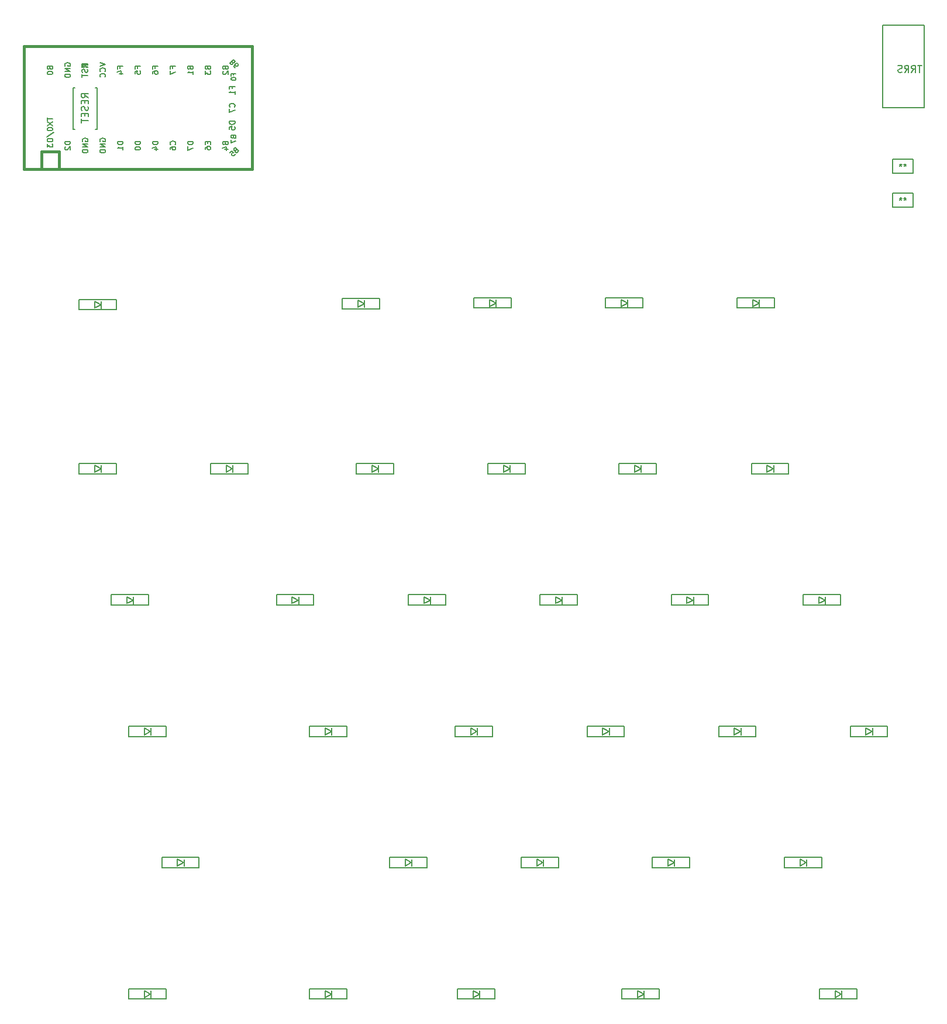
<source format=gbo>
G04 #@! TF.GenerationSoftware,KiCad,Pcbnew,(5.1.8)-1*
G04 #@! TF.CreationDate,2020-12-12T14:40:11+09:00*
G04 #@! TF.ProjectId,keyboard-layouter-playground,6b657962-6f61-4726-942d-6c61796f7574,rev?*
G04 #@! TF.SameCoordinates,Original*
G04 #@! TF.FileFunction,Legend,Bot*
G04 #@! TF.FilePolarity,Positive*
%FSLAX46Y46*%
G04 Gerber Fmt 4.6, Leading zero omitted, Abs format (unit mm)*
G04 Created by KiCad (PCBNEW (5.1.8)-1) date 2020-12-12 14:40:11*
%MOMM*%
%LPD*%
G01*
G04 APERTURE LIST*
%ADD10C,0.150000*%
%ADD11C,0.381000*%
G04 APERTURE END LIST*
D10*
X145200000Y-117450000D02*
X142200000Y-117450000D01*
X142200000Y-117450000D02*
X142200000Y-115450000D01*
X142200000Y-115450000D02*
X145200000Y-115450000D01*
X145200000Y-115450000D02*
X145200000Y-117450000D01*
X145200000Y-122350000D02*
X142200000Y-122350000D01*
X142200000Y-122350000D02*
X142200000Y-120350000D01*
X142200000Y-120350000D02*
X145200000Y-120350000D01*
X145200000Y-120350000D02*
X145200000Y-122350000D01*
X140750000Y-96000000D02*
X146750000Y-96000000D01*
X146750000Y-96000000D02*
X146750000Y-108000000D01*
X146750000Y-108000000D02*
X140750000Y-108000000D01*
X140750000Y-108000000D02*
X140750000Y-96000000D01*
D11*
X21550000Y-114350000D02*
X21550000Y-116890000D01*
X19010000Y-114350000D02*
X21550000Y-114350000D01*
D10*
G36*
X25299030Y-101955365D02*
G01*
X25399030Y-101955365D01*
X25399030Y-101855365D01*
X25299030Y-101855365D01*
X25299030Y-101955365D01*
G37*
X25299030Y-101955365D02*
X25399030Y-101955365D01*
X25399030Y-101855365D01*
X25299030Y-101855365D01*
X25299030Y-101955365D01*
G36*
X24899030Y-101755365D02*
G01*
X25699030Y-101755365D01*
X25699030Y-101655365D01*
X24899030Y-101655365D01*
X24899030Y-101755365D01*
G37*
X24899030Y-101755365D02*
X25699030Y-101755365D01*
X25699030Y-101655365D01*
X24899030Y-101655365D01*
X24899030Y-101755365D01*
G36*
X25499030Y-102155365D02*
G01*
X25699030Y-102155365D01*
X25699030Y-102055365D01*
X25499030Y-102055365D01*
X25499030Y-102155365D01*
G37*
X25499030Y-102155365D02*
X25699030Y-102155365D01*
X25699030Y-102055365D01*
X25499030Y-102055365D01*
X25499030Y-102155365D01*
G36*
X24899030Y-102155365D02*
G01*
X25199030Y-102155365D01*
X25199030Y-102055365D01*
X24899030Y-102055365D01*
X24899030Y-102155365D01*
G37*
X24899030Y-102155365D02*
X25199030Y-102155365D01*
X25199030Y-102055365D01*
X24899030Y-102055365D01*
X24899030Y-102155365D01*
G36*
X24899030Y-102155365D02*
G01*
X24999030Y-102155365D01*
X24999030Y-101655365D01*
X24899030Y-101655365D01*
X24899030Y-102155365D01*
G37*
X24899030Y-102155365D02*
X24999030Y-102155365D01*
X24999030Y-101655365D01*
X24899030Y-101655365D01*
X24899030Y-102155365D01*
D11*
X49490000Y-99110000D02*
X16470000Y-99110000D01*
X49490000Y-116890000D02*
X49490000Y-99110000D01*
X16470000Y-116890000D02*
X49490000Y-116890000D01*
X16470000Y-99110000D02*
X16470000Y-116890000D01*
X19010000Y-114350000D02*
X19010000Y-116890000D01*
D10*
X26850000Y-105100000D02*
X27100000Y-105100000D01*
X27100000Y-105100000D02*
X27100000Y-111100000D01*
X27100000Y-111100000D02*
X26850000Y-111100000D01*
X23850000Y-111100000D02*
X23600000Y-111100000D01*
X23600000Y-111100000D02*
X23600000Y-105100000D01*
X23600000Y-105100000D02*
X23850000Y-105100000D01*
X39602400Y-217224600D02*
X38702400Y-217724600D01*
X38702400Y-217724600D02*
X38702400Y-216724600D01*
X38702400Y-216724600D02*
X39602400Y-217224600D01*
X39646900Y-216739460D02*
X39646900Y-217739460D01*
X41833820Y-216461900D02*
X36433820Y-216461900D01*
X36433820Y-216461900D02*
X36433820Y-217961900D01*
X36433820Y-217961900D02*
X41833820Y-217961900D01*
X41833820Y-217961900D02*
X41833820Y-216461900D01*
X134802400Y-236224600D02*
X133902400Y-236724600D01*
X133902400Y-236724600D02*
X133902400Y-235724600D01*
X133902400Y-235724600D02*
X134802400Y-236224600D01*
X134846900Y-235739460D02*
X134846900Y-236739460D01*
X137033820Y-235461900D02*
X131633820Y-235461900D01*
X131633820Y-235461900D02*
X131633820Y-236961900D01*
X131633820Y-236961900D02*
X137033820Y-236961900D01*
X137033820Y-236961900D02*
X137033820Y-235461900D01*
X34802400Y-236224600D02*
X33902400Y-236724600D01*
X33902400Y-236724600D02*
X33902400Y-235724600D01*
X33902400Y-235724600D02*
X34802400Y-236224600D01*
X34846900Y-235739460D02*
X34846900Y-236739460D01*
X37033820Y-235461900D02*
X31633820Y-235461900D01*
X31633820Y-235461900D02*
X31633820Y-236961900D01*
X31633820Y-236961900D02*
X37033820Y-236961900D01*
X37033820Y-236961900D02*
X37033820Y-235461900D01*
X34802400Y-198224600D02*
X33902400Y-198724600D01*
X33902400Y-198724600D02*
X33902400Y-197724600D01*
X33902400Y-197724600D02*
X34802400Y-198224600D01*
X34846900Y-197739460D02*
X34846900Y-198739460D01*
X37033820Y-197461900D02*
X31633820Y-197461900D01*
X31633820Y-197461900D02*
X31633820Y-198961900D01*
X31633820Y-198961900D02*
X37033820Y-198961900D01*
X37033820Y-198961900D02*
X37033820Y-197461900D01*
X32302400Y-179224600D02*
X31402400Y-179724600D01*
X31402400Y-179724600D02*
X31402400Y-178724600D01*
X31402400Y-178724600D02*
X32302400Y-179224600D01*
X32346900Y-178739460D02*
X32346900Y-179739460D01*
X34533820Y-178461900D02*
X29133820Y-178461900D01*
X29133820Y-178461900D02*
X29133820Y-179961900D01*
X29133820Y-179961900D02*
X34533820Y-179961900D01*
X34533820Y-179961900D02*
X34533820Y-178461900D01*
X106202400Y-236224600D02*
X105302400Y-236724600D01*
X105302400Y-236724600D02*
X105302400Y-235724600D01*
X105302400Y-235724600D02*
X106202400Y-236224600D01*
X106246900Y-235739460D02*
X106246900Y-236739460D01*
X108433820Y-235461900D02*
X103033820Y-235461900D01*
X103033820Y-235461900D02*
X103033820Y-236961900D01*
X103033820Y-236961900D02*
X108433820Y-236961900D01*
X108433820Y-236961900D02*
X108433820Y-235461900D01*
X82402400Y-236224600D02*
X81502400Y-236724600D01*
X81502400Y-236724600D02*
X81502400Y-235724600D01*
X81502400Y-235724600D02*
X82402400Y-236224600D01*
X82446900Y-235739460D02*
X82446900Y-236739460D01*
X84633820Y-235461900D02*
X79233820Y-235461900D01*
X79233820Y-235461900D02*
X79233820Y-236961900D01*
X79233820Y-236961900D02*
X84633820Y-236961900D01*
X84633820Y-236961900D02*
X84633820Y-235461900D01*
X61002400Y-236224600D02*
X60102400Y-236724600D01*
X60102400Y-236724600D02*
X60102400Y-235724600D01*
X60102400Y-235724600D02*
X61002400Y-236224600D01*
X61046900Y-235739460D02*
X61046900Y-236739460D01*
X63233820Y-235461900D02*
X57833820Y-235461900D01*
X57833820Y-235461900D02*
X57833820Y-236961900D01*
X57833820Y-236961900D02*
X63233820Y-236961900D01*
X63233820Y-236961900D02*
X63233820Y-235461900D01*
X129702400Y-217224600D02*
X128802400Y-217724600D01*
X128802400Y-217724600D02*
X128802400Y-216724600D01*
X128802400Y-216724600D02*
X129702400Y-217224600D01*
X129746900Y-216739460D02*
X129746900Y-217739460D01*
X131933820Y-216461900D02*
X126533820Y-216461900D01*
X126533820Y-216461900D02*
X126533820Y-217961900D01*
X126533820Y-217961900D02*
X131933820Y-217961900D01*
X131933820Y-217961900D02*
X131933820Y-216461900D01*
X110602400Y-217224600D02*
X109702400Y-217724600D01*
X109702400Y-217724600D02*
X109702400Y-216724600D01*
X109702400Y-216724600D02*
X110602400Y-217224600D01*
X110646900Y-216739460D02*
X110646900Y-217739460D01*
X112833820Y-216461900D02*
X107433820Y-216461900D01*
X107433820Y-216461900D02*
X107433820Y-217961900D01*
X107433820Y-217961900D02*
X112833820Y-217961900D01*
X112833820Y-217961900D02*
X112833820Y-216461900D01*
X91602400Y-217224600D02*
X90702400Y-217724600D01*
X90702400Y-217724600D02*
X90702400Y-216724600D01*
X90702400Y-216724600D02*
X91602400Y-217224600D01*
X91646900Y-216739460D02*
X91646900Y-217739460D01*
X93833820Y-216461900D02*
X88433820Y-216461900D01*
X88433820Y-216461900D02*
X88433820Y-217961900D01*
X88433820Y-217961900D02*
X93833820Y-217961900D01*
X93833820Y-217961900D02*
X93833820Y-216461900D01*
X72552400Y-217224600D02*
X71652400Y-217724600D01*
X71652400Y-217724600D02*
X71652400Y-216724600D01*
X71652400Y-216724600D02*
X72552400Y-217224600D01*
X72596900Y-216739460D02*
X72596900Y-217739460D01*
X74783820Y-216461900D02*
X69383820Y-216461900D01*
X69383820Y-216461900D02*
X69383820Y-217961900D01*
X69383820Y-217961900D02*
X74783820Y-217961900D01*
X74783820Y-217961900D02*
X74783820Y-216461900D01*
X139252400Y-198224600D02*
X138352400Y-198724600D01*
X138352400Y-198724600D02*
X138352400Y-197724600D01*
X138352400Y-197724600D02*
X139252400Y-198224600D01*
X139296900Y-197739460D02*
X139296900Y-198739460D01*
X141483820Y-197461900D02*
X136083820Y-197461900D01*
X136083820Y-197461900D02*
X136083820Y-198961900D01*
X136083820Y-198961900D02*
X141483820Y-198961900D01*
X141483820Y-198961900D02*
X141483820Y-197461900D01*
X120202400Y-198224600D02*
X119302400Y-198724600D01*
X119302400Y-198724600D02*
X119302400Y-197724600D01*
X119302400Y-197724600D02*
X120202400Y-198224600D01*
X120246900Y-197739460D02*
X120246900Y-198739460D01*
X122433820Y-197461900D02*
X117033820Y-197461900D01*
X117033820Y-197461900D02*
X117033820Y-198961900D01*
X117033820Y-198961900D02*
X122433820Y-198961900D01*
X122433820Y-198961900D02*
X122433820Y-197461900D01*
X101152400Y-198224600D02*
X100252400Y-198724600D01*
X100252400Y-198724600D02*
X100252400Y-197724600D01*
X100252400Y-197724600D02*
X101152400Y-198224600D01*
X101196900Y-197739460D02*
X101196900Y-198739460D01*
X103383820Y-197461900D02*
X97983820Y-197461900D01*
X97983820Y-197461900D02*
X97983820Y-198961900D01*
X97983820Y-198961900D02*
X103383820Y-198961900D01*
X103383820Y-198961900D02*
X103383820Y-197461900D01*
X82052400Y-198224600D02*
X81152400Y-198724600D01*
X81152400Y-198724600D02*
X81152400Y-197724600D01*
X81152400Y-197724600D02*
X82052400Y-198224600D01*
X82096900Y-197739460D02*
X82096900Y-198739460D01*
X84283820Y-197461900D02*
X78883820Y-197461900D01*
X78883820Y-197461900D02*
X78883820Y-198961900D01*
X78883820Y-198961900D02*
X84283820Y-198961900D01*
X84283820Y-198961900D02*
X84283820Y-197461900D01*
X61002400Y-198224600D02*
X60102400Y-198724600D01*
X60102400Y-198724600D02*
X60102400Y-197724600D01*
X60102400Y-197724600D02*
X61002400Y-198224600D01*
X61046900Y-197739460D02*
X61046900Y-198739460D01*
X63233820Y-197461900D02*
X57833820Y-197461900D01*
X57833820Y-197461900D02*
X57833820Y-198961900D01*
X57833820Y-198961900D02*
X63233820Y-198961900D01*
X63233820Y-198961900D02*
X63233820Y-197461900D01*
X132452400Y-179224600D02*
X131552400Y-179724600D01*
X131552400Y-179724600D02*
X131552400Y-178724600D01*
X131552400Y-178724600D02*
X132452400Y-179224600D01*
X132496900Y-178739460D02*
X132496900Y-179739460D01*
X134683820Y-178461900D02*
X129283820Y-178461900D01*
X129283820Y-178461900D02*
X129283820Y-179961900D01*
X129283820Y-179961900D02*
X134683820Y-179961900D01*
X134683820Y-179961900D02*
X134683820Y-178461900D01*
X113352400Y-179224600D02*
X112452400Y-179724600D01*
X112452400Y-179724600D02*
X112452400Y-178724600D01*
X112452400Y-178724600D02*
X113352400Y-179224600D01*
X113396900Y-178739460D02*
X113396900Y-179739460D01*
X115583820Y-178461900D02*
X110183820Y-178461900D01*
X110183820Y-178461900D02*
X110183820Y-179961900D01*
X110183820Y-179961900D02*
X115583820Y-179961900D01*
X115583820Y-179961900D02*
X115583820Y-178461900D01*
X94352400Y-179224600D02*
X93452400Y-179724600D01*
X93452400Y-179724600D02*
X93452400Y-178724600D01*
X93452400Y-178724600D02*
X94352400Y-179224600D01*
X94396900Y-178739460D02*
X94396900Y-179739460D01*
X96583820Y-178461900D02*
X91183820Y-178461900D01*
X91183820Y-178461900D02*
X91183820Y-179961900D01*
X91183820Y-179961900D02*
X96583820Y-179961900D01*
X96583820Y-179961900D02*
X96583820Y-178461900D01*
X75302400Y-179224600D02*
X74402400Y-179724600D01*
X74402400Y-179724600D02*
X74402400Y-178724600D01*
X74402400Y-178724600D02*
X75302400Y-179224600D01*
X75346900Y-178739460D02*
X75346900Y-179739460D01*
X77533820Y-178461900D02*
X72133820Y-178461900D01*
X72133820Y-178461900D02*
X72133820Y-179961900D01*
X72133820Y-179961900D02*
X77533820Y-179961900D01*
X77533820Y-179961900D02*
X77533820Y-178461900D01*
X56202400Y-179224600D02*
X55302400Y-179724600D01*
X55302400Y-179724600D02*
X55302400Y-178724600D01*
X55302400Y-178724600D02*
X56202400Y-179224600D01*
X56246900Y-178739460D02*
X56246900Y-179739460D01*
X58433820Y-178461900D02*
X53033820Y-178461900D01*
X53033820Y-178461900D02*
X53033820Y-179961900D01*
X53033820Y-179961900D02*
X58433820Y-179961900D01*
X58433820Y-179961900D02*
X58433820Y-178461900D01*
X124952400Y-160224600D02*
X124052400Y-160724600D01*
X124052400Y-160724600D02*
X124052400Y-159724600D01*
X124052400Y-159724600D02*
X124952400Y-160224600D01*
X124996900Y-159739460D02*
X124996900Y-160739460D01*
X127183820Y-159461900D02*
X121783820Y-159461900D01*
X121783820Y-159461900D02*
X121783820Y-160961900D01*
X121783820Y-160961900D02*
X127183820Y-160961900D01*
X127183820Y-160961900D02*
X127183820Y-159461900D01*
X105802400Y-160224600D02*
X104902400Y-160724600D01*
X104902400Y-160724600D02*
X104902400Y-159724600D01*
X104902400Y-159724600D02*
X105802400Y-160224600D01*
X105846900Y-159739460D02*
X105846900Y-160739460D01*
X108033820Y-159461900D02*
X102633820Y-159461900D01*
X102633820Y-159461900D02*
X102633820Y-160961900D01*
X102633820Y-160961900D02*
X108033820Y-160961900D01*
X108033820Y-160961900D02*
X108033820Y-159461900D01*
X86802400Y-160224600D02*
X85902400Y-160724600D01*
X85902400Y-160724600D02*
X85902400Y-159724600D01*
X85902400Y-159724600D02*
X86802400Y-160224600D01*
X86846900Y-159739460D02*
X86846900Y-160739460D01*
X89033820Y-159461900D02*
X83633820Y-159461900D01*
X83633820Y-159461900D02*
X83633820Y-160961900D01*
X83633820Y-160961900D02*
X89033820Y-160961900D01*
X89033820Y-160961900D02*
X89033820Y-159461900D01*
X67752400Y-160224600D02*
X66852400Y-160724600D01*
X66852400Y-160724600D02*
X66852400Y-159724600D01*
X66852400Y-159724600D02*
X67752400Y-160224600D01*
X67796900Y-159739460D02*
X67796900Y-160739460D01*
X69983820Y-159461900D02*
X64583820Y-159461900D01*
X64583820Y-159461900D02*
X64583820Y-160961900D01*
X64583820Y-160961900D02*
X69983820Y-160961900D01*
X69983820Y-160961900D02*
X69983820Y-159461900D01*
X46652400Y-160224600D02*
X45752400Y-160724600D01*
X45752400Y-160724600D02*
X45752400Y-159724600D01*
X45752400Y-159724600D02*
X46652400Y-160224600D01*
X46696900Y-159739460D02*
X46696900Y-160739460D01*
X48883820Y-159461900D02*
X43483820Y-159461900D01*
X43483820Y-159461900D02*
X43483820Y-160961900D01*
X43483820Y-160961900D02*
X48883820Y-160961900D01*
X48883820Y-160961900D02*
X48883820Y-159461900D01*
X27652400Y-160224600D02*
X26752400Y-160724600D01*
X26752400Y-160724600D02*
X26752400Y-159724600D01*
X26752400Y-159724600D02*
X27652400Y-160224600D01*
X27696900Y-159739460D02*
X27696900Y-160739460D01*
X29883820Y-159461900D02*
X24483820Y-159461900D01*
X24483820Y-159461900D02*
X24483820Y-160961900D01*
X24483820Y-160961900D02*
X29883820Y-160961900D01*
X29883820Y-160961900D02*
X29883820Y-159461900D01*
X122877400Y-136224600D02*
X121977400Y-136724600D01*
X121977400Y-136724600D02*
X121977400Y-135724600D01*
X121977400Y-135724600D02*
X122877400Y-136224600D01*
X122921900Y-135739460D02*
X122921900Y-136739460D01*
X125108820Y-135461900D02*
X119708820Y-135461900D01*
X119708820Y-135461900D02*
X119708820Y-136961900D01*
X119708820Y-136961900D02*
X125108820Y-136961900D01*
X125108820Y-136961900D02*
X125108820Y-135461900D01*
X103852400Y-136224600D02*
X102952400Y-136724600D01*
X102952400Y-136724600D02*
X102952400Y-135724600D01*
X102952400Y-135724600D02*
X103852400Y-136224600D01*
X103896900Y-135739460D02*
X103896900Y-136739460D01*
X106083820Y-135461900D02*
X100683820Y-135461900D01*
X100683820Y-135461900D02*
X100683820Y-136961900D01*
X100683820Y-136961900D02*
X106083820Y-136961900D01*
X106083820Y-136961900D02*
X106083820Y-135461900D01*
X84802400Y-136224600D02*
X83902400Y-136724600D01*
X83902400Y-136724600D02*
X83902400Y-135724600D01*
X83902400Y-135724600D02*
X84802400Y-136224600D01*
X84846900Y-135739460D02*
X84846900Y-136739460D01*
X87033820Y-135461900D02*
X81633820Y-135461900D01*
X81633820Y-135461900D02*
X81633820Y-136961900D01*
X81633820Y-136961900D02*
X87033820Y-136961900D01*
X87033820Y-136961900D02*
X87033820Y-135461900D01*
X65752400Y-136324600D02*
X64852400Y-136824600D01*
X64852400Y-136824600D02*
X64852400Y-135824600D01*
X64852400Y-135824600D02*
X65752400Y-136324600D01*
X65796900Y-135839460D02*
X65796900Y-136839460D01*
X67983820Y-135561900D02*
X62583820Y-135561900D01*
X62583820Y-135561900D02*
X62583820Y-137061900D01*
X62583820Y-137061900D02*
X67983820Y-137061900D01*
X67983820Y-137061900D02*
X67983820Y-135561900D01*
X27652400Y-136474600D02*
X26752400Y-136974600D01*
X26752400Y-136974600D02*
X26752400Y-135974600D01*
X26752400Y-135974600D02*
X27652400Y-136474600D01*
X27696900Y-135989460D02*
X27696900Y-136989460D01*
X29883820Y-135711900D02*
X24483820Y-135711900D01*
X24483820Y-135711900D02*
X24483820Y-137211900D01*
X24483820Y-137211900D02*
X29883820Y-137211900D01*
X29883820Y-137211900D02*
X29883820Y-135711900D01*
X144009638Y-116068395D02*
X144009638Y-116261919D01*
X144203161Y-116184509D02*
X144009638Y-116261919D01*
X143816114Y-116184509D01*
X144125752Y-116416738D02*
X144009638Y-116261919D01*
X143893523Y-116416738D01*
X143390361Y-116068395D02*
X143390361Y-116261919D01*
X143583885Y-116184509D02*
X143390361Y-116261919D01*
X143196838Y-116184509D01*
X143506476Y-116416738D02*
X143390361Y-116261919D01*
X143274247Y-116416738D01*
X144009638Y-120968395D02*
X144009638Y-121161919D01*
X144203161Y-121084509D02*
X144009638Y-121161919D01*
X143816114Y-121084509D01*
X144125752Y-121316738D02*
X144009638Y-121161919D01*
X143893523Y-121316738D01*
X143390361Y-120968395D02*
X143390361Y-121161919D01*
X143583885Y-121084509D02*
X143390361Y-121161919D01*
X143196838Y-121084509D01*
X143506476Y-121316738D02*
X143390361Y-121161919D01*
X143274247Y-121316738D01*
X146436404Y-101865880D02*
X145864976Y-101865880D01*
X146150690Y-102865880D02*
X146150690Y-101865880D01*
X144960214Y-102865880D02*
X145293547Y-102389690D01*
X145531642Y-102865880D02*
X145531642Y-101865880D01*
X145150690Y-101865880D01*
X145055452Y-101913500D01*
X145007833Y-101961119D01*
X144960214Y-102056357D01*
X144960214Y-102199214D01*
X145007833Y-102294452D01*
X145055452Y-102342071D01*
X145150690Y-102389690D01*
X145531642Y-102389690D01*
X143960214Y-102865880D02*
X144293547Y-102389690D01*
X144531642Y-102865880D02*
X144531642Y-101865880D01*
X144150690Y-101865880D01*
X144055452Y-101913500D01*
X144007833Y-101961119D01*
X143960214Y-102056357D01*
X143960214Y-102199214D01*
X144007833Y-102294452D01*
X144055452Y-102342071D01*
X144150690Y-102389690D01*
X144531642Y-102389690D01*
X143579261Y-102818261D02*
X143436404Y-102865880D01*
X143198309Y-102865880D01*
X143103071Y-102818261D01*
X143055452Y-102770642D01*
X143007833Y-102675404D01*
X143007833Y-102580166D01*
X143055452Y-102484928D01*
X143103071Y-102437309D01*
X143198309Y-102389690D01*
X143388785Y-102342071D01*
X143484023Y-102294452D01*
X143531642Y-102246833D01*
X143579261Y-102151595D01*
X143579261Y-102056357D01*
X143531642Y-101961119D01*
X143484023Y-101913500D01*
X143388785Y-101865880D01*
X143150690Y-101865880D01*
X143007833Y-101913500D01*
X47011904Y-109949523D02*
X46211904Y-109949523D01*
X46211904Y-110140000D01*
X46250000Y-110254285D01*
X46326190Y-110330476D01*
X46402380Y-110368571D01*
X46554761Y-110406666D01*
X46669047Y-110406666D01*
X46821428Y-110368571D01*
X46897619Y-110330476D01*
X46973809Y-110254285D01*
X47011904Y-110140000D01*
X47011904Y-109949523D01*
X46211904Y-111130476D02*
X46211904Y-110749523D01*
X46592857Y-110711428D01*
X46554761Y-110749523D01*
X46516666Y-110825714D01*
X46516666Y-111016190D01*
X46554761Y-111092380D01*
X46592857Y-111130476D01*
X46669047Y-111168571D01*
X46859523Y-111168571D01*
X46935714Y-111130476D01*
X46973809Y-111092380D01*
X47011904Y-111016190D01*
X47011904Y-110825714D01*
X46973809Y-110749523D01*
X46935714Y-110711428D01*
X46592857Y-105193333D02*
X46592857Y-104926666D01*
X47011904Y-104926666D02*
X46211904Y-104926666D01*
X46211904Y-105307619D01*
X47011904Y-106031428D02*
X47011904Y-105574285D01*
X47011904Y-105802857D02*
X46211904Y-105802857D01*
X46326190Y-105726666D01*
X46402380Y-105650476D01*
X46440476Y-105574285D01*
X46935714Y-107866666D02*
X46973809Y-107828571D01*
X47011904Y-107714285D01*
X47011904Y-107638095D01*
X46973809Y-107523809D01*
X46897619Y-107447619D01*
X46821428Y-107409523D01*
X46669047Y-107371428D01*
X46554761Y-107371428D01*
X46402380Y-107409523D01*
X46326190Y-107447619D01*
X46250000Y-107523809D01*
X46211904Y-107638095D01*
X46211904Y-107714285D01*
X46250000Y-107828571D01*
X46288095Y-107866666D01*
X46211904Y-108133333D02*
X46211904Y-108666666D01*
X47011904Y-108323809D01*
X46714297Y-101435008D02*
X46808578Y-101482148D01*
X46855719Y-101482148D01*
X46926429Y-101458578D01*
X46997140Y-101387867D01*
X47020710Y-101317157D01*
X47020710Y-101270016D01*
X46997140Y-101199306D01*
X46808578Y-101010744D01*
X46313603Y-101505719D01*
X46478595Y-101670710D01*
X46549306Y-101694280D01*
X46596446Y-101694280D01*
X46667157Y-101670710D01*
X46714297Y-101623570D01*
X46737867Y-101552859D01*
X46737867Y-101505719D01*
X46714297Y-101435008D01*
X46549306Y-101270016D01*
X47020710Y-102212825D02*
X46926429Y-102118544D01*
X46902859Y-102047834D01*
X46902859Y-102000693D01*
X46926429Y-101882842D01*
X46997140Y-101764991D01*
X47185702Y-101576429D01*
X47256412Y-101552859D01*
X47303553Y-101552859D01*
X47374264Y-101576429D01*
X47468544Y-101670710D01*
X47492115Y-101741421D01*
X47492115Y-101788561D01*
X47468544Y-101859272D01*
X47350693Y-101977123D01*
X47279983Y-102000693D01*
X47232842Y-102000693D01*
X47162132Y-101977123D01*
X47067851Y-101882842D01*
X47044280Y-101812132D01*
X47044280Y-101764991D01*
X47067851Y-101694280D01*
X46800000Y-103266666D02*
X46800000Y-103033333D01*
X47166666Y-103033333D02*
X46466666Y-103033333D01*
X46466666Y-103366666D01*
X46466666Y-103766666D02*
X46466666Y-103833333D01*
X46500000Y-103900000D01*
X46533333Y-103933333D01*
X46600000Y-103966666D01*
X46733333Y-104000000D01*
X46900000Y-104000000D01*
X47033333Y-103966666D01*
X47100000Y-103933333D01*
X47133333Y-103900000D01*
X47166666Y-103833333D01*
X47166666Y-103766666D01*
X47133333Y-103700000D01*
X47100000Y-103666666D01*
X47033333Y-103633333D01*
X46900000Y-103600000D01*
X46733333Y-103600000D01*
X46600000Y-103633333D01*
X46533333Y-103666666D01*
X46500000Y-103700000D01*
X46466666Y-103766666D01*
X46800000Y-112216666D02*
X46833333Y-112316666D01*
X46866666Y-112350000D01*
X46933333Y-112383333D01*
X47033333Y-112383333D01*
X47100000Y-112350000D01*
X47133333Y-112316666D01*
X47166666Y-112250000D01*
X47166666Y-111983333D01*
X46466666Y-111983333D01*
X46466666Y-112216666D01*
X46500000Y-112283333D01*
X46533333Y-112316666D01*
X46600000Y-112350000D01*
X46666666Y-112350000D01*
X46733333Y-112316666D01*
X46766666Y-112283333D01*
X46800000Y-112216666D01*
X46800000Y-111983333D01*
X46466666Y-112616666D02*
X46466666Y-113083333D01*
X47166666Y-112783333D01*
X25663809Y-102426666D02*
X25701904Y-102540952D01*
X25701904Y-102731428D01*
X25663809Y-102807619D01*
X25625714Y-102845714D01*
X25549523Y-102883809D01*
X25473333Y-102883809D01*
X25397142Y-102845714D01*
X25359047Y-102807619D01*
X25320952Y-102731428D01*
X25282857Y-102579047D01*
X25244761Y-102502857D01*
X25206666Y-102464761D01*
X25130476Y-102426666D01*
X25054285Y-102426666D01*
X24978095Y-102464761D01*
X24940000Y-102502857D01*
X24901904Y-102579047D01*
X24901904Y-102769523D01*
X24940000Y-102883809D01*
X24901904Y-103112380D02*
X24901904Y-103569523D01*
X25701904Y-103340952D02*
X24901904Y-103340952D01*
X19841904Y-109381395D02*
X19841904Y-109838538D01*
X20641904Y-109609967D02*
X19841904Y-109609967D01*
X19841904Y-110029014D02*
X20641904Y-110562348D01*
X19841904Y-110562348D02*
X20641904Y-110029014D01*
X19841904Y-111019491D02*
X19841904Y-111095681D01*
X19880000Y-111171872D01*
X19918095Y-111209967D01*
X19994285Y-111248062D01*
X20146666Y-111286157D01*
X20337142Y-111286157D01*
X20489523Y-111248062D01*
X20565714Y-111209967D01*
X20603809Y-111171872D01*
X20641904Y-111095681D01*
X20641904Y-111019491D01*
X20603809Y-110943300D01*
X20565714Y-110905205D01*
X20489523Y-110867110D01*
X20337142Y-110829014D01*
X20146666Y-110829014D01*
X19994285Y-110867110D01*
X19918095Y-110905205D01*
X19880000Y-110943300D01*
X19841904Y-111019491D01*
X19803809Y-112200443D02*
X20832380Y-111514729D01*
X20641904Y-112467110D02*
X19841904Y-112467110D01*
X19841904Y-112657586D01*
X19880000Y-112771872D01*
X19956190Y-112848062D01*
X20032380Y-112886157D01*
X20184761Y-112924252D01*
X20299047Y-112924252D01*
X20451428Y-112886157D01*
X20527619Y-112848062D01*
X20603809Y-112771872D01*
X20641904Y-112657586D01*
X20641904Y-112467110D01*
X19841904Y-113190919D02*
X19841904Y-113686157D01*
X20146666Y-113419491D01*
X20146666Y-113533776D01*
X20184761Y-113609967D01*
X20222857Y-113648062D01*
X20299047Y-113686157D01*
X20489523Y-113686157D01*
X20565714Y-113648062D01*
X20603809Y-113609967D01*
X20641904Y-113533776D01*
X20641904Y-113305205D01*
X20603809Y-113229014D01*
X20565714Y-113190919D01*
X45622857Y-102215190D02*
X45660952Y-102329476D01*
X45699047Y-102367571D01*
X45775238Y-102405666D01*
X45889523Y-102405666D01*
X45965714Y-102367571D01*
X46003809Y-102329476D01*
X46041904Y-102253285D01*
X46041904Y-101948523D01*
X45241904Y-101948523D01*
X45241904Y-102215190D01*
X45280000Y-102291380D01*
X45318095Y-102329476D01*
X45394285Y-102367571D01*
X45470476Y-102367571D01*
X45546666Y-102329476D01*
X45584761Y-102291380D01*
X45622857Y-102215190D01*
X45622857Y-101948523D01*
X45318095Y-102710428D02*
X45280000Y-102748523D01*
X45241904Y-102824714D01*
X45241904Y-103015190D01*
X45280000Y-103091380D01*
X45318095Y-103129476D01*
X45394285Y-103167571D01*
X45470476Y-103167571D01*
X45584761Y-103129476D01*
X46041904Y-102672333D01*
X46041904Y-103167571D01*
X38002857Y-102272333D02*
X38002857Y-102005666D01*
X38421904Y-102005666D02*
X37621904Y-102005666D01*
X37621904Y-102386619D01*
X37621904Y-102615190D02*
X37621904Y-103148523D01*
X38421904Y-102805666D01*
X35462857Y-102272333D02*
X35462857Y-102005666D01*
X35881904Y-102005666D02*
X35081904Y-102005666D01*
X35081904Y-102386619D01*
X35081904Y-103034238D02*
X35081904Y-102881857D01*
X35120000Y-102805666D01*
X35158095Y-102767571D01*
X35272380Y-102691380D01*
X35424761Y-102653285D01*
X35729523Y-102653285D01*
X35805714Y-102691380D01*
X35843809Y-102729476D01*
X35881904Y-102805666D01*
X35881904Y-102958047D01*
X35843809Y-103034238D01*
X35805714Y-103072333D01*
X35729523Y-103110428D01*
X35539047Y-103110428D01*
X35462857Y-103072333D01*
X35424761Y-103034238D01*
X35386666Y-102958047D01*
X35386666Y-102805666D01*
X35424761Y-102729476D01*
X35462857Y-102691380D01*
X35539047Y-102653285D01*
X32922857Y-102272333D02*
X32922857Y-102005666D01*
X33341904Y-102005666D02*
X32541904Y-102005666D01*
X32541904Y-102386619D01*
X32541904Y-103072333D02*
X32541904Y-102691380D01*
X32922857Y-102653285D01*
X32884761Y-102691380D01*
X32846666Y-102767571D01*
X32846666Y-102958047D01*
X32884761Y-103034238D01*
X32922857Y-103072333D01*
X32999047Y-103110428D01*
X33189523Y-103110428D01*
X33265714Y-103072333D01*
X33303809Y-103034238D01*
X33341904Y-102958047D01*
X33341904Y-102767571D01*
X33303809Y-102691380D01*
X33265714Y-102653285D01*
X20222857Y-102215190D02*
X20260952Y-102329476D01*
X20299047Y-102367571D01*
X20375238Y-102405666D01*
X20489523Y-102405666D01*
X20565714Y-102367571D01*
X20603809Y-102329476D01*
X20641904Y-102253285D01*
X20641904Y-101948523D01*
X19841904Y-101948523D01*
X19841904Y-102215190D01*
X19880000Y-102291380D01*
X19918095Y-102329476D01*
X19994285Y-102367571D01*
X20070476Y-102367571D01*
X20146666Y-102329476D01*
X20184761Y-102291380D01*
X20222857Y-102215190D01*
X20222857Y-101948523D01*
X19841904Y-102900904D02*
X19841904Y-102977095D01*
X19880000Y-103053285D01*
X19918095Y-103091380D01*
X19994285Y-103129476D01*
X20146666Y-103167571D01*
X20337142Y-103167571D01*
X20489523Y-103129476D01*
X20565714Y-103091380D01*
X20603809Y-103053285D01*
X20641904Y-102977095D01*
X20641904Y-102900904D01*
X20603809Y-102824714D01*
X20565714Y-102786619D01*
X20489523Y-102748523D01*
X20337142Y-102710428D01*
X20146666Y-102710428D01*
X19994285Y-102748523D01*
X19918095Y-102786619D01*
X19880000Y-102824714D01*
X19841904Y-102900904D01*
X22420000Y-101929476D02*
X22381904Y-101853285D01*
X22381904Y-101739000D01*
X22420000Y-101624714D01*
X22496190Y-101548523D01*
X22572380Y-101510428D01*
X22724761Y-101472333D01*
X22839047Y-101472333D01*
X22991428Y-101510428D01*
X23067619Y-101548523D01*
X23143809Y-101624714D01*
X23181904Y-101739000D01*
X23181904Y-101815190D01*
X23143809Y-101929476D01*
X23105714Y-101967571D01*
X22839047Y-101967571D01*
X22839047Y-101815190D01*
X23181904Y-102310428D02*
X22381904Y-102310428D01*
X23181904Y-102767571D01*
X22381904Y-102767571D01*
X23181904Y-103148523D02*
X22381904Y-103148523D01*
X22381904Y-103339000D01*
X22420000Y-103453285D01*
X22496190Y-103529476D01*
X22572380Y-103567571D01*
X22724761Y-103605666D01*
X22839047Y-103605666D01*
X22991428Y-103567571D01*
X23067619Y-103529476D01*
X23143809Y-103453285D01*
X23181904Y-103339000D01*
X23181904Y-103148523D01*
X27461904Y-101472333D02*
X28261904Y-101739000D01*
X27461904Y-102005666D01*
X28185714Y-102729476D02*
X28223809Y-102691380D01*
X28261904Y-102577095D01*
X28261904Y-102500904D01*
X28223809Y-102386619D01*
X28147619Y-102310428D01*
X28071428Y-102272333D01*
X27919047Y-102234238D01*
X27804761Y-102234238D01*
X27652380Y-102272333D01*
X27576190Y-102310428D01*
X27500000Y-102386619D01*
X27461904Y-102500904D01*
X27461904Y-102577095D01*
X27500000Y-102691380D01*
X27538095Y-102729476D01*
X28185714Y-103529476D02*
X28223809Y-103491380D01*
X28261904Y-103377095D01*
X28261904Y-103300904D01*
X28223809Y-103186619D01*
X28147619Y-103110428D01*
X28071428Y-103072333D01*
X27919047Y-103034238D01*
X27804761Y-103034238D01*
X27652380Y-103072333D01*
X27576190Y-103110428D01*
X27500000Y-103186619D01*
X27461904Y-103300904D01*
X27461904Y-103377095D01*
X27500000Y-103491380D01*
X27538095Y-103529476D01*
X30382857Y-102272333D02*
X30382857Y-102005666D01*
X30801904Y-102005666D02*
X30001904Y-102005666D01*
X30001904Y-102386619D01*
X30268571Y-103034238D02*
X30801904Y-103034238D01*
X29963809Y-102843761D02*
X30535238Y-102653285D01*
X30535238Y-103148523D01*
X40542857Y-102215190D02*
X40580952Y-102329476D01*
X40619047Y-102367571D01*
X40695238Y-102405666D01*
X40809523Y-102405666D01*
X40885714Y-102367571D01*
X40923809Y-102329476D01*
X40961904Y-102253285D01*
X40961904Y-101948523D01*
X40161904Y-101948523D01*
X40161904Y-102215190D01*
X40200000Y-102291380D01*
X40238095Y-102329476D01*
X40314285Y-102367571D01*
X40390476Y-102367571D01*
X40466666Y-102329476D01*
X40504761Y-102291380D01*
X40542857Y-102215190D01*
X40542857Y-101948523D01*
X40961904Y-103167571D02*
X40961904Y-102710428D01*
X40961904Y-102939000D02*
X40161904Y-102939000D01*
X40276190Y-102862809D01*
X40352380Y-102786619D01*
X40390476Y-102710428D01*
X43082857Y-102215190D02*
X43120952Y-102329476D01*
X43159047Y-102367571D01*
X43235238Y-102405666D01*
X43349523Y-102405666D01*
X43425714Y-102367571D01*
X43463809Y-102329476D01*
X43501904Y-102253285D01*
X43501904Y-101948523D01*
X42701904Y-101948523D01*
X42701904Y-102215190D01*
X42740000Y-102291380D01*
X42778095Y-102329476D01*
X42854285Y-102367571D01*
X42930476Y-102367571D01*
X43006666Y-102329476D01*
X43044761Y-102291380D01*
X43082857Y-102215190D01*
X43082857Y-101948523D01*
X42701904Y-102672333D02*
X42701904Y-103167571D01*
X43006666Y-102900904D01*
X43006666Y-103015190D01*
X43044761Y-103091380D01*
X43082857Y-103129476D01*
X43159047Y-103167571D01*
X43349523Y-103167571D01*
X43425714Y-103129476D01*
X43463809Y-103091380D01*
X43501904Y-103015190D01*
X43501904Y-102786619D01*
X43463809Y-102710428D01*
X43425714Y-102672333D01*
X47114991Y-114164297D02*
X47067851Y-114258578D01*
X47067851Y-114305719D01*
X47091421Y-114376429D01*
X47162132Y-114447140D01*
X47232842Y-114470710D01*
X47279983Y-114470710D01*
X47350693Y-114447140D01*
X47539255Y-114258578D01*
X47044280Y-113763603D01*
X46879289Y-113928595D01*
X46855719Y-113999306D01*
X46855719Y-114046446D01*
X46879289Y-114117157D01*
X46926429Y-114164297D01*
X46997140Y-114187867D01*
X47044280Y-114187867D01*
X47114991Y-114164297D01*
X47279983Y-113999306D01*
X46313603Y-114494280D02*
X46549306Y-114258578D01*
X46808578Y-114470710D01*
X46761438Y-114470710D01*
X46690727Y-114494280D01*
X46572876Y-114612132D01*
X46549306Y-114682842D01*
X46549306Y-114729983D01*
X46572876Y-114800693D01*
X46690727Y-114918544D01*
X46761438Y-114942115D01*
X46808578Y-114942115D01*
X46879289Y-114918544D01*
X46997140Y-114800693D01*
X47020710Y-114729983D01*
X47020710Y-114682842D01*
X45622857Y-113137190D02*
X45660952Y-113251476D01*
X45699047Y-113289571D01*
X45775238Y-113327666D01*
X45889523Y-113327666D01*
X45965714Y-113289571D01*
X46003809Y-113251476D01*
X46041904Y-113175285D01*
X46041904Y-112870523D01*
X45241904Y-112870523D01*
X45241904Y-113137190D01*
X45280000Y-113213380D01*
X45318095Y-113251476D01*
X45394285Y-113289571D01*
X45470476Y-113289571D01*
X45546666Y-113251476D01*
X45584761Y-113213380D01*
X45622857Y-113137190D01*
X45622857Y-112870523D01*
X45508571Y-114013380D02*
X46041904Y-114013380D01*
X45203809Y-113822904D02*
X45775238Y-113632428D01*
X45775238Y-114127666D01*
X43082857Y-112908619D02*
X43082857Y-113175285D01*
X43501904Y-113289571D02*
X43501904Y-112908619D01*
X42701904Y-112908619D01*
X42701904Y-113289571D01*
X42701904Y-113975285D02*
X42701904Y-113822904D01*
X42740000Y-113746714D01*
X42778095Y-113708619D01*
X42892380Y-113632428D01*
X43044761Y-113594333D01*
X43349523Y-113594333D01*
X43425714Y-113632428D01*
X43463809Y-113670523D01*
X43501904Y-113746714D01*
X43501904Y-113899095D01*
X43463809Y-113975285D01*
X43425714Y-114013380D01*
X43349523Y-114051476D01*
X43159047Y-114051476D01*
X43082857Y-114013380D01*
X43044761Y-113975285D01*
X43006666Y-113899095D01*
X43006666Y-113746714D01*
X43044761Y-113670523D01*
X43082857Y-113632428D01*
X43159047Y-113594333D01*
X40961904Y-112870523D02*
X40161904Y-112870523D01*
X40161904Y-113061000D01*
X40200000Y-113175285D01*
X40276190Y-113251476D01*
X40352380Y-113289571D01*
X40504761Y-113327666D01*
X40619047Y-113327666D01*
X40771428Y-113289571D01*
X40847619Y-113251476D01*
X40923809Y-113175285D01*
X40961904Y-113061000D01*
X40961904Y-112870523D01*
X40161904Y-113594333D02*
X40161904Y-114127666D01*
X40961904Y-113784809D01*
X38345714Y-113327666D02*
X38383809Y-113289571D01*
X38421904Y-113175285D01*
X38421904Y-113099095D01*
X38383809Y-112984809D01*
X38307619Y-112908619D01*
X38231428Y-112870523D01*
X38079047Y-112832428D01*
X37964761Y-112832428D01*
X37812380Y-112870523D01*
X37736190Y-112908619D01*
X37660000Y-112984809D01*
X37621904Y-113099095D01*
X37621904Y-113175285D01*
X37660000Y-113289571D01*
X37698095Y-113327666D01*
X37621904Y-114013380D02*
X37621904Y-113861000D01*
X37660000Y-113784809D01*
X37698095Y-113746714D01*
X37812380Y-113670523D01*
X37964761Y-113632428D01*
X38269523Y-113632428D01*
X38345714Y-113670523D01*
X38383809Y-113708619D01*
X38421904Y-113784809D01*
X38421904Y-113937190D01*
X38383809Y-114013380D01*
X38345714Y-114051476D01*
X38269523Y-114089571D01*
X38079047Y-114089571D01*
X38002857Y-114051476D01*
X37964761Y-114013380D01*
X37926666Y-113937190D01*
X37926666Y-113784809D01*
X37964761Y-113708619D01*
X38002857Y-113670523D01*
X38079047Y-113632428D01*
X35881904Y-112870523D02*
X35081904Y-112870523D01*
X35081904Y-113061000D01*
X35120000Y-113175285D01*
X35196190Y-113251476D01*
X35272380Y-113289571D01*
X35424761Y-113327666D01*
X35539047Y-113327666D01*
X35691428Y-113289571D01*
X35767619Y-113251476D01*
X35843809Y-113175285D01*
X35881904Y-113061000D01*
X35881904Y-112870523D01*
X35348571Y-114013380D02*
X35881904Y-114013380D01*
X35043809Y-113822904D02*
X35615238Y-113632428D01*
X35615238Y-114127666D01*
X24960000Y-112851476D02*
X24921904Y-112775285D01*
X24921904Y-112661000D01*
X24960000Y-112546714D01*
X25036190Y-112470523D01*
X25112380Y-112432428D01*
X25264761Y-112394333D01*
X25379047Y-112394333D01*
X25531428Y-112432428D01*
X25607619Y-112470523D01*
X25683809Y-112546714D01*
X25721904Y-112661000D01*
X25721904Y-112737190D01*
X25683809Y-112851476D01*
X25645714Y-112889571D01*
X25379047Y-112889571D01*
X25379047Y-112737190D01*
X25721904Y-113232428D02*
X24921904Y-113232428D01*
X25721904Y-113689571D01*
X24921904Y-113689571D01*
X25721904Y-114070523D02*
X24921904Y-114070523D01*
X24921904Y-114261000D01*
X24960000Y-114375285D01*
X25036190Y-114451476D01*
X25112380Y-114489571D01*
X25264761Y-114527666D01*
X25379047Y-114527666D01*
X25531428Y-114489571D01*
X25607619Y-114451476D01*
X25683809Y-114375285D01*
X25721904Y-114261000D01*
X25721904Y-114070523D01*
X27500000Y-112851476D02*
X27461904Y-112775285D01*
X27461904Y-112661000D01*
X27500000Y-112546714D01*
X27576190Y-112470523D01*
X27652380Y-112432428D01*
X27804761Y-112394333D01*
X27919047Y-112394333D01*
X28071428Y-112432428D01*
X28147619Y-112470523D01*
X28223809Y-112546714D01*
X28261904Y-112661000D01*
X28261904Y-112737190D01*
X28223809Y-112851476D01*
X28185714Y-112889571D01*
X27919047Y-112889571D01*
X27919047Y-112737190D01*
X28261904Y-113232428D02*
X27461904Y-113232428D01*
X28261904Y-113689571D01*
X27461904Y-113689571D01*
X28261904Y-114070523D02*
X27461904Y-114070523D01*
X27461904Y-114261000D01*
X27500000Y-114375285D01*
X27576190Y-114451476D01*
X27652380Y-114489571D01*
X27804761Y-114527666D01*
X27919047Y-114527666D01*
X28071428Y-114489571D01*
X28147619Y-114451476D01*
X28223809Y-114375285D01*
X28261904Y-114261000D01*
X28261904Y-114070523D01*
X30801904Y-112870523D02*
X30001904Y-112870523D01*
X30001904Y-113061000D01*
X30040000Y-113175285D01*
X30116190Y-113251476D01*
X30192380Y-113289571D01*
X30344761Y-113327666D01*
X30459047Y-113327666D01*
X30611428Y-113289571D01*
X30687619Y-113251476D01*
X30763809Y-113175285D01*
X30801904Y-113061000D01*
X30801904Y-112870523D01*
X30801904Y-114089571D02*
X30801904Y-113632428D01*
X30801904Y-113861000D02*
X30001904Y-113861000D01*
X30116190Y-113784809D01*
X30192380Y-113708619D01*
X30230476Y-113632428D01*
X33341904Y-112870523D02*
X32541904Y-112870523D01*
X32541904Y-113061000D01*
X32580000Y-113175285D01*
X32656190Y-113251476D01*
X32732380Y-113289571D01*
X32884761Y-113327666D01*
X32999047Y-113327666D01*
X33151428Y-113289571D01*
X33227619Y-113251476D01*
X33303809Y-113175285D01*
X33341904Y-113061000D01*
X33341904Y-112870523D01*
X32541904Y-113822904D02*
X32541904Y-113899095D01*
X32580000Y-113975285D01*
X32618095Y-114013380D01*
X32694285Y-114051476D01*
X32846666Y-114089571D01*
X33037142Y-114089571D01*
X33189523Y-114051476D01*
X33265714Y-114013380D01*
X33303809Y-113975285D01*
X33341904Y-113899095D01*
X33341904Y-113822904D01*
X33303809Y-113746714D01*
X33265714Y-113708619D01*
X33189523Y-113670523D01*
X33037142Y-113632428D01*
X32846666Y-113632428D01*
X32694285Y-113670523D01*
X32618095Y-113708619D01*
X32580000Y-113746714D01*
X32541904Y-113822904D01*
X23181904Y-112870523D02*
X22381904Y-112870523D01*
X22381904Y-113061000D01*
X22420000Y-113175285D01*
X22496190Y-113251476D01*
X22572380Y-113289571D01*
X22724761Y-113327666D01*
X22839047Y-113327666D01*
X22991428Y-113289571D01*
X23067619Y-113251476D01*
X23143809Y-113175285D01*
X23181904Y-113061000D01*
X23181904Y-112870523D01*
X22458095Y-113632428D02*
X22420000Y-113670523D01*
X22381904Y-113746714D01*
X22381904Y-113937190D01*
X22420000Y-114013380D01*
X22458095Y-114051476D01*
X22534285Y-114089571D01*
X22610476Y-114089571D01*
X22724761Y-114051476D01*
X23181904Y-113594333D01*
X23181904Y-114089571D01*
X25802380Y-106520619D02*
X25326190Y-106187285D01*
X25802380Y-105949190D02*
X24802380Y-105949190D01*
X24802380Y-106330142D01*
X24850000Y-106425380D01*
X24897619Y-106473000D01*
X24992857Y-106520619D01*
X25135714Y-106520619D01*
X25230952Y-106473000D01*
X25278571Y-106425380D01*
X25326190Y-106330142D01*
X25326190Y-105949190D01*
X25278571Y-106949190D02*
X25278571Y-107282523D01*
X25802380Y-107425380D02*
X25802380Y-106949190D01*
X24802380Y-106949190D01*
X24802380Y-107425380D01*
X25754761Y-107806333D02*
X25802380Y-107949190D01*
X25802380Y-108187285D01*
X25754761Y-108282523D01*
X25707142Y-108330142D01*
X25611904Y-108377761D01*
X25516666Y-108377761D01*
X25421428Y-108330142D01*
X25373809Y-108282523D01*
X25326190Y-108187285D01*
X25278571Y-107996809D01*
X25230952Y-107901571D01*
X25183333Y-107853952D01*
X25088095Y-107806333D01*
X24992857Y-107806333D01*
X24897619Y-107853952D01*
X24850000Y-107901571D01*
X24802380Y-107996809D01*
X24802380Y-108234904D01*
X24850000Y-108377761D01*
X25278571Y-108806333D02*
X25278571Y-109139666D01*
X25802380Y-109282523D02*
X25802380Y-108806333D01*
X24802380Y-108806333D01*
X24802380Y-109282523D01*
X24802380Y-109568238D02*
X24802380Y-110139666D01*
X25802380Y-109853952D02*
X24802380Y-109853952D01*
M02*

</source>
